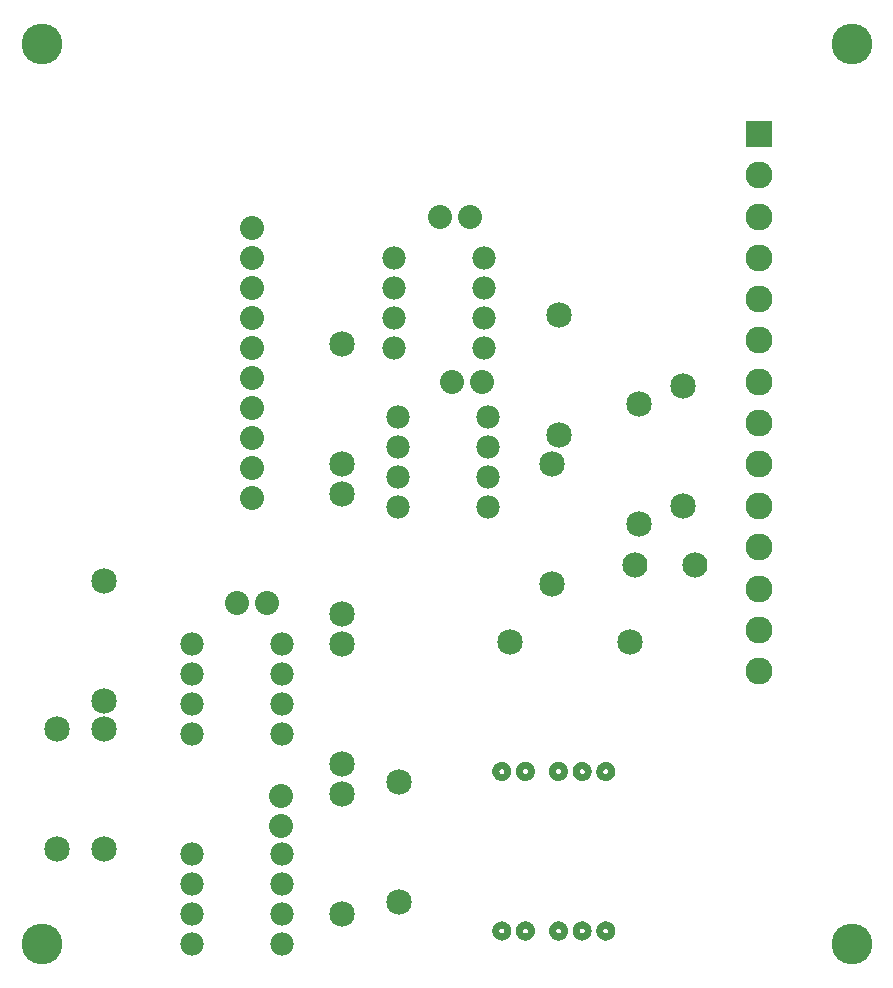
<source format=gts>
G04 MADE WITH FRITZING*
G04 WWW.FRITZING.ORG*
G04 DOUBLE SIDED*
G04 HOLES PLATED*
G04 CONTOUR ON CENTER OF CONTOUR VECTOR*
%ASAXBY*%
%FSLAX23Y23*%
%MOIN*%
%OFA0B0*%
%SFA1.0B1.0*%
%ADD10C,0.085000*%
%ADD11C,0.080000*%
%ADD12C,0.090000*%
%ADD13C,0.135984*%
%ADD14C,0.078000*%
%ADD15C,0.084000*%
%ADD16R,0.090000X0.090000*%
%ADD17R,0.001000X0.001000*%
%LNMASK1*%
G90*
G70*
G54D10*
X196Y923D03*
X196Y523D03*
X2282Y2065D03*
X2282Y1665D03*
X1337Y746D03*
X1337Y346D03*
X1705Y1212D03*
X2105Y1212D03*
G54D11*
X1473Y2629D03*
X1573Y2629D03*
X1513Y2078D03*
X1613Y2078D03*
X944Y600D03*
X944Y700D03*
X795Y1341D03*
X895Y1341D03*
X845Y2593D03*
X845Y2493D03*
X845Y2393D03*
X845Y2293D03*
X845Y2193D03*
X845Y2093D03*
X845Y1993D03*
X845Y1893D03*
X845Y1793D03*
X845Y1693D03*
G54D10*
X2137Y1605D03*
X2137Y2005D03*
X1145Y2205D03*
X1145Y1805D03*
X353Y1415D03*
X353Y1015D03*
X353Y923D03*
X353Y523D03*
X1145Y1705D03*
X1145Y1305D03*
X1869Y2301D03*
X1869Y1901D03*
X1145Y1205D03*
X1145Y805D03*
X1145Y705D03*
X1145Y305D03*
X1845Y1805D03*
X1845Y1405D03*
G54D12*
X2536Y2906D03*
X2536Y2768D03*
X2536Y2630D03*
X2536Y2493D03*
X2536Y2355D03*
X2536Y2217D03*
X2536Y2079D03*
X2536Y1941D03*
X2536Y1804D03*
X2536Y1666D03*
X2536Y1528D03*
X2536Y1390D03*
X2536Y1252D03*
X2536Y1115D03*
G54D13*
X2845Y205D03*
X2845Y3205D03*
X145Y3205D03*
X145Y205D03*
G54D14*
X645Y1205D03*
X645Y1105D03*
X645Y1005D03*
X645Y905D03*
X945Y905D03*
X945Y1005D03*
X945Y1105D03*
X945Y1205D03*
X645Y1205D03*
X645Y1105D03*
X645Y1005D03*
X645Y905D03*
X945Y905D03*
X945Y1005D03*
X945Y1105D03*
X945Y1205D03*
X645Y505D03*
X645Y405D03*
X645Y305D03*
X645Y205D03*
X945Y205D03*
X945Y305D03*
X945Y405D03*
X945Y505D03*
X645Y505D03*
X645Y405D03*
X645Y305D03*
X645Y205D03*
X945Y205D03*
X945Y305D03*
X945Y405D03*
X945Y505D03*
X1318Y2493D03*
X1318Y2393D03*
X1318Y2293D03*
X1318Y2193D03*
X1618Y2193D03*
X1618Y2293D03*
X1618Y2393D03*
X1618Y2493D03*
X1318Y2493D03*
X1318Y2393D03*
X1318Y2293D03*
X1318Y2193D03*
X1618Y2193D03*
X1618Y2293D03*
X1618Y2393D03*
X1618Y2493D03*
X1333Y1962D03*
X1333Y1862D03*
X1333Y1762D03*
X1333Y1662D03*
X1633Y1662D03*
X1633Y1762D03*
X1633Y1862D03*
X1633Y1962D03*
X1333Y1962D03*
X1333Y1862D03*
X1333Y1762D03*
X1333Y1662D03*
X1633Y1662D03*
X1633Y1762D03*
X1633Y1862D03*
X1633Y1962D03*
G54D15*
X2122Y1468D03*
X2322Y1468D03*
G54D16*
X2536Y2906D03*
G54D17*
X1679Y812D02*
X1679Y812D01*
X1757Y812D02*
X1758Y812D01*
X1868Y812D02*
X1868Y812D01*
X1946Y812D02*
X1947Y812D01*
X2025Y812D02*
X2025Y812D01*
X1672Y811D02*
X1686Y811D01*
X1750Y811D02*
X1765Y811D01*
X1861Y811D02*
X1875Y811D01*
X1939Y811D02*
X1953Y811D01*
X2018Y811D02*
X2032Y811D01*
X1669Y810D02*
X1689Y810D01*
X1747Y810D02*
X1768Y810D01*
X1857Y810D02*
X1878Y810D01*
X1936Y810D02*
X1957Y810D01*
X2015Y810D02*
X2035Y810D01*
X1666Y809D02*
X1691Y809D01*
X1745Y809D02*
X1770Y809D01*
X1855Y809D02*
X1880Y809D01*
X1934Y809D02*
X1959Y809D01*
X2012Y809D02*
X2038Y809D01*
X1664Y808D02*
X1694Y808D01*
X1743Y808D02*
X1772Y808D01*
X1853Y808D02*
X1882Y808D01*
X1932Y808D02*
X1961Y808D01*
X2010Y808D02*
X2040Y808D01*
X1662Y807D02*
X1695Y807D01*
X1741Y807D02*
X1774Y807D01*
X1851Y807D02*
X1884Y807D01*
X1930Y807D02*
X1963Y807D01*
X2009Y807D02*
X2042Y807D01*
X1661Y806D02*
X1697Y806D01*
X1739Y806D02*
X1776Y806D01*
X1850Y806D02*
X1886Y806D01*
X1928Y806D02*
X1964Y806D01*
X2007Y806D02*
X2043Y806D01*
X1659Y805D02*
X1698Y805D01*
X1738Y805D02*
X1777Y805D01*
X1848Y805D02*
X1887Y805D01*
X1927Y805D02*
X1966Y805D01*
X2006Y805D02*
X2045Y805D01*
X1658Y804D02*
X1699Y804D01*
X1737Y804D02*
X1778Y804D01*
X1847Y804D02*
X1888Y804D01*
X1926Y804D02*
X1967Y804D01*
X2005Y804D02*
X2046Y804D01*
X1657Y803D02*
X1700Y803D01*
X1736Y803D02*
X1779Y803D01*
X1846Y803D02*
X1889Y803D01*
X1925Y803D02*
X1968Y803D01*
X2003Y803D02*
X2047Y803D01*
X1656Y802D02*
X1701Y802D01*
X1735Y802D02*
X1782Y802D01*
X1845Y802D02*
X1890Y802D01*
X1924Y802D02*
X1969Y802D01*
X2002Y802D02*
X2048Y802D01*
X1655Y801D02*
X1702Y801D01*
X1734Y801D02*
X1781Y801D01*
X1844Y801D02*
X1891Y801D01*
X1923Y801D02*
X1970Y801D01*
X2002Y801D02*
X2049Y801D01*
X1654Y800D02*
X1703Y800D01*
X1733Y800D02*
X1782Y800D01*
X1843Y800D02*
X1892Y800D01*
X1922Y800D02*
X1971Y800D01*
X2001Y800D02*
X2050Y800D01*
X1654Y799D02*
X1704Y799D01*
X1732Y799D02*
X1783Y799D01*
X1843Y799D02*
X1893Y799D01*
X1921Y799D02*
X1972Y799D01*
X2000Y799D02*
X2050Y799D01*
X1653Y798D02*
X1705Y798D01*
X1732Y798D02*
X1783Y798D01*
X1842Y798D02*
X1894Y798D01*
X1921Y798D02*
X1972Y798D01*
X1999Y798D02*
X2051Y798D01*
X1652Y797D02*
X1705Y797D01*
X1731Y797D02*
X1784Y797D01*
X1841Y797D02*
X1894Y797D01*
X1920Y797D02*
X1973Y797D01*
X1999Y797D02*
X2052Y797D01*
X1652Y796D02*
X1706Y796D01*
X1730Y796D02*
X1785Y796D01*
X1841Y796D02*
X1895Y796D01*
X1919Y796D02*
X1973Y796D01*
X1998Y796D02*
X2052Y796D01*
X1651Y795D02*
X1706Y795D01*
X1730Y795D02*
X1785Y795D01*
X1840Y795D02*
X1895Y795D01*
X1919Y795D02*
X1974Y795D01*
X1998Y795D02*
X2053Y795D01*
X1651Y794D02*
X1707Y794D01*
X1729Y794D02*
X1786Y794D01*
X1840Y794D02*
X1896Y794D01*
X1918Y794D02*
X1974Y794D01*
X1997Y794D02*
X2053Y794D01*
X1650Y793D02*
X1707Y793D01*
X1729Y793D02*
X1786Y793D01*
X1839Y793D02*
X1896Y793D01*
X1918Y793D02*
X1975Y793D01*
X1997Y793D02*
X2054Y793D01*
X1650Y792D02*
X1708Y792D01*
X1729Y792D02*
X1786Y792D01*
X1839Y792D02*
X1897Y792D01*
X1917Y792D02*
X1975Y792D01*
X1996Y792D02*
X2054Y792D01*
X1649Y791D02*
X1708Y791D01*
X1728Y791D02*
X1787Y791D01*
X1838Y791D02*
X1897Y791D01*
X1917Y791D02*
X1976Y791D01*
X1996Y791D02*
X2054Y791D01*
X1649Y790D02*
X1708Y790D01*
X1728Y790D02*
X1787Y790D01*
X1838Y790D02*
X1897Y790D01*
X1917Y790D02*
X1976Y790D01*
X1995Y790D02*
X2055Y790D01*
X1649Y789D02*
X1709Y789D01*
X1727Y789D02*
X1788Y789D01*
X1838Y789D02*
X1898Y789D01*
X1916Y789D02*
X1976Y789D01*
X1995Y789D02*
X2055Y789D01*
X1648Y788D02*
X1677Y788D01*
X1681Y788D02*
X1709Y788D01*
X1727Y788D02*
X1757Y788D01*
X1760Y788D02*
X1788Y788D01*
X1837Y788D02*
X1868Y788D01*
X1870Y788D02*
X1898Y788D01*
X1916Y788D02*
X1946Y788D01*
X1949Y788D02*
X1977Y788D01*
X1995Y788D02*
X2023Y788D01*
X2027Y788D02*
X2055Y788D01*
X1648Y787D02*
X1674Y787D01*
X1684Y787D02*
X1709Y787D01*
X1727Y787D02*
X1753Y787D01*
X1762Y787D02*
X1788Y787D01*
X1837Y787D02*
X1863Y787D01*
X1872Y787D02*
X1898Y787D01*
X1916Y787D02*
X1942Y787D01*
X1951Y787D02*
X1977Y787D01*
X1995Y787D02*
X2021Y787D01*
X2030Y787D02*
X2056Y787D01*
X1648Y786D02*
X1673Y786D01*
X1685Y786D02*
X1710Y786D01*
X1727Y786D02*
X1752Y786D01*
X1763Y786D02*
X1788Y786D01*
X1837Y786D02*
X1862Y786D01*
X1874Y786D02*
X1898Y786D01*
X1916Y786D02*
X1941Y786D01*
X1952Y786D02*
X1977Y786D01*
X1994Y786D02*
X2019Y786D01*
X2031Y786D02*
X2056Y786D01*
X1648Y785D02*
X1672Y785D01*
X1686Y785D02*
X1710Y785D01*
X1727Y785D02*
X1751Y785D01*
X1764Y785D02*
X1788Y785D01*
X1837Y785D02*
X1861Y785D01*
X1875Y785D02*
X1899Y785D01*
X1915Y785D02*
X1940Y785D01*
X1953Y785D02*
X1977Y785D01*
X1994Y785D02*
X2018Y785D01*
X2032Y785D02*
X2056Y785D01*
X1648Y784D02*
X1671Y784D01*
X1686Y784D02*
X1710Y784D01*
X1726Y784D02*
X1750Y784D01*
X1765Y784D02*
X1789Y784D01*
X1837Y784D02*
X1860Y784D01*
X1875Y784D02*
X1899Y784D01*
X1915Y784D02*
X1939Y784D01*
X1954Y784D02*
X1978Y784D01*
X1994Y784D02*
X2018Y784D01*
X2033Y784D02*
X2056Y784D01*
X1648Y783D02*
X1671Y783D01*
X1687Y783D02*
X1710Y783D01*
X1726Y783D02*
X1750Y783D01*
X1766Y783D02*
X1789Y783D01*
X1836Y783D02*
X1860Y783D01*
X1876Y783D02*
X1899Y783D01*
X1915Y783D02*
X1938Y783D01*
X1955Y783D02*
X1978Y783D01*
X1994Y783D02*
X2017Y783D01*
X2033Y783D02*
X2056Y783D01*
X1647Y782D02*
X1671Y782D01*
X1687Y782D02*
X1710Y782D01*
X1726Y782D02*
X1749Y782D01*
X1766Y782D02*
X1789Y782D01*
X1836Y782D02*
X1859Y782D01*
X1876Y782D02*
X1899Y782D01*
X1915Y782D02*
X1938Y782D01*
X1955Y782D02*
X1978Y782D01*
X1994Y782D02*
X2017Y782D01*
X2034Y782D02*
X2056Y782D01*
X1647Y781D02*
X1670Y781D01*
X1687Y781D02*
X1710Y781D01*
X1726Y781D02*
X1749Y781D01*
X1766Y781D02*
X1789Y781D01*
X1836Y781D02*
X1859Y781D01*
X1876Y781D02*
X1899Y781D01*
X1915Y781D02*
X1938Y781D01*
X1955Y781D02*
X1978Y781D01*
X1994Y781D02*
X2017Y781D01*
X2034Y781D02*
X2056Y781D01*
X1647Y780D02*
X1670Y780D01*
X1687Y780D02*
X1710Y780D01*
X1726Y780D02*
X1749Y780D01*
X1766Y780D02*
X1789Y780D01*
X1836Y780D02*
X1859Y780D01*
X1876Y780D02*
X1899Y780D01*
X1915Y780D02*
X1938Y780D01*
X1955Y780D02*
X1978Y780D01*
X1994Y780D02*
X2017Y780D01*
X2034Y780D02*
X2057Y780D01*
X1647Y779D02*
X1670Y779D01*
X1687Y779D02*
X1710Y779D01*
X1726Y779D02*
X1749Y779D01*
X1766Y779D02*
X1789Y779D01*
X1836Y779D02*
X1859Y779D01*
X1876Y779D02*
X1899Y779D01*
X1915Y779D02*
X1938Y779D01*
X1955Y779D02*
X1978Y779D01*
X1994Y779D02*
X2017Y779D01*
X2034Y779D02*
X2056Y779D01*
X1647Y778D02*
X1671Y778D01*
X1687Y778D02*
X1710Y778D01*
X1726Y778D02*
X1749Y778D01*
X1766Y778D02*
X1789Y778D01*
X1836Y778D02*
X1859Y778D01*
X1876Y778D02*
X1899Y778D01*
X1915Y778D02*
X1938Y778D01*
X1955Y778D02*
X1978Y778D01*
X1994Y778D02*
X2017Y778D01*
X2034Y778D02*
X2056Y778D01*
X1648Y777D02*
X1671Y777D01*
X1687Y777D02*
X1710Y777D01*
X1726Y777D02*
X1750Y777D01*
X1766Y777D02*
X1789Y777D01*
X1836Y777D02*
X1860Y777D01*
X1876Y777D02*
X1899Y777D01*
X1915Y777D02*
X1938Y777D01*
X1955Y777D02*
X1978Y777D01*
X1994Y777D02*
X2017Y777D01*
X2033Y777D02*
X2056Y777D01*
X1648Y776D02*
X1671Y776D01*
X1686Y776D02*
X1710Y776D01*
X1726Y776D02*
X1750Y776D01*
X1765Y776D02*
X1789Y776D01*
X1837Y776D02*
X1860Y776D01*
X1875Y776D02*
X1899Y776D01*
X1915Y776D02*
X1939Y776D01*
X1954Y776D02*
X1977Y776D01*
X1994Y776D02*
X2018Y776D01*
X2033Y776D02*
X2056Y776D01*
X1648Y775D02*
X1672Y775D01*
X1686Y775D02*
X1710Y775D01*
X1727Y775D02*
X1751Y775D01*
X1764Y775D02*
X1788Y775D01*
X1837Y775D02*
X1861Y775D01*
X1875Y775D02*
X1899Y775D01*
X1915Y775D02*
X1940Y775D01*
X1953Y775D02*
X1977Y775D01*
X1994Y775D02*
X2018Y775D01*
X2032Y775D02*
X2056Y775D01*
X1648Y774D02*
X1673Y774D01*
X1685Y774D02*
X1710Y774D01*
X1727Y774D02*
X1752Y774D01*
X1763Y774D02*
X1788Y774D01*
X1837Y774D02*
X1862Y774D01*
X1874Y774D02*
X1898Y774D01*
X1916Y774D02*
X1941Y774D01*
X1952Y774D02*
X1977Y774D01*
X1994Y774D02*
X2019Y774D01*
X2031Y774D02*
X2056Y774D01*
X1648Y773D02*
X1674Y773D01*
X1683Y773D02*
X1709Y773D01*
X1727Y773D02*
X1753Y773D01*
X1762Y773D02*
X1788Y773D01*
X1837Y773D02*
X1863Y773D01*
X1872Y773D02*
X1898Y773D01*
X1916Y773D02*
X1942Y773D01*
X1951Y773D02*
X1977Y773D01*
X1995Y773D02*
X2021Y773D01*
X2030Y773D02*
X2056Y773D01*
X1649Y772D02*
X1678Y772D01*
X1680Y772D02*
X1709Y772D01*
X1727Y772D02*
X1756Y772D01*
X1759Y772D02*
X1788Y772D01*
X1837Y772D02*
X1867Y772D01*
X1869Y772D02*
X1898Y772D01*
X1916Y772D02*
X1945Y772D01*
X1948Y772D02*
X1977Y772D01*
X1995Y772D02*
X2024Y772D01*
X2026Y772D02*
X2055Y772D01*
X1649Y771D02*
X1709Y771D01*
X1728Y771D02*
X1787Y771D01*
X1838Y771D02*
X1898Y771D01*
X1916Y771D02*
X1976Y771D01*
X1995Y771D02*
X2055Y771D01*
X1649Y770D02*
X1708Y770D01*
X1728Y770D02*
X1787Y770D01*
X1838Y770D02*
X1897Y770D01*
X1917Y770D02*
X1976Y770D01*
X1995Y770D02*
X2055Y770D01*
X1650Y769D02*
X1708Y769D01*
X1728Y769D02*
X1787Y769D01*
X1838Y769D02*
X1897Y769D01*
X1917Y769D02*
X1976Y769D01*
X1996Y769D02*
X2054Y769D01*
X1650Y768D02*
X1708Y768D01*
X1729Y768D02*
X1786Y768D01*
X1839Y768D02*
X1897Y768D01*
X1918Y768D02*
X1975Y768D01*
X1996Y768D02*
X2054Y768D01*
X1650Y767D02*
X1707Y767D01*
X1729Y767D02*
X1786Y767D01*
X1839Y767D02*
X1896Y767D01*
X1918Y767D02*
X1975Y767D01*
X1997Y767D02*
X2054Y767D01*
X1651Y766D02*
X1707Y766D01*
X1730Y766D02*
X1785Y766D01*
X1840Y766D02*
X1896Y766D01*
X1918Y766D02*
X1974Y766D01*
X1997Y766D02*
X2053Y766D01*
X1651Y765D02*
X1706Y765D01*
X1730Y765D02*
X1785Y765D01*
X1840Y765D02*
X1895Y765D01*
X1919Y765D02*
X1974Y765D01*
X1998Y765D02*
X2053Y765D01*
X1652Y764D02*
X1706Y764D01*
X1731Y764D02*
X1784Y764D01*
X1841Y764D02*
X1895Y764D01*
X1919Y764D02*
X1973Y764D01*
X1998Y764D02*
X2052Y764D01*
X1652Y763D02*
X1705Y763D01*
X1731Y763D02*
X1784Y763D01*
X1841Y763D02*
X1894Y763D01*
X1920Y763D02*
X1973Y763D01*
X1999Y763D02*
X2051Y763D01*
X1653Y762D02*
X1704Y762D01*
X1732Y762D02*
X1783Y762D01*
X1842Y762D02*
X1893Y762D01*
X1921Y762D02*
X1972Y762D01*
X1999Y762D02*
X2051Y762D01*
X1654Y761D02*
X1704Y761D01*
X1733Y761D02*
X1782Y761D01*
X1843Y761D02*
X1893Y761D01*
X1921Y761D02*
X1971Y761D01*
X2000Y761D02*
X2050Y761D01*
X1655Y760D02*
X1703Y760D01*
X1733Y760D02*
X1782Y760D01*
X1843Y760D02*
X1892Y760D01*
X1922Y760D02*
X1971Y760D01*
X2001Y760D02*
X2049Y760D01*
X1655Y759D02*
X1702Y759D01*
X1734Y759D02*
X1781Y759D01*
X1844Y759D02*
X1891Y759D01*
X1923Y759D02*
X1970Y759D01*
X2002Y759D02*
X2048Y759D01*
X1656Y758D02*
X1701Y758D01*
X1735Y758D02*
X1780Y758D01*
X1845Y758D02*
X1890Y758D01*
X1924Y758D02*
X1969Y758D01*
X2003Y758D02*
X2048Y758D01*
X1657Y757D02*
X1700Y757D01*
X1736Y757D02*
X1779Y757D01*
X1846Y757D02*
X1889Y757D01*
X1925Y757D02*
X1968Y757D01*
X2004Y757D02*
X2047Y757D01*
X1658Y756D02*
X1699Y756D01*
X1737Y756D02*
X1778Y756D01*
X1847Y756D02*
X1888Y756D01*
X1926Y756D02*
X1967Y756D01*
X2005Y756D02*
X2045Y756D01*
X1660Y755D02*
X1698Y755D01*
X1738Y755D02*
X1777Y755D01*
X1849Y755D02*
X1887Y755D01*
X1927Y755D02*
X1965Y755D01*
X2006Y755D02*
X2044Y755D01*
X1661Y754D02*
X1696Y754D01*
X1740Y754D02*
X1775Y754D01*
X1850Y754D02*
X1885Y754D01*
X1929Y754D02*
X1964Y754D01*
X2007Y754D02*
X2043Y754D01*
X1663Y753D02*
X1695Y753D01*
X1741Y753D02*
X1774Y753D01*
X1852Y753D02*
X1884Y753D01*
X1930Y753D02*
X1962Y753D01*
X2009Y753D02*
X2041Y753D01*
X1664Y752D02*
X1693Y752D01*
X1743Y752D02*
X1772Y752D01*
X1853Y752D02*
X1882Y752D01*
X1932Y752D02*
X1961Y752D01*
X2011Y752D02*
X2039Y752D01*
X1667Y751D02*
X1691Y751D01*
X1745Y751D02*
X1770Y751D01*
X1855Y751D02*
X1880Y751D01*
X1934Y751D02*
X1959Y751D01*
X2013Y751D02*
X2037Y751D01*
X1669Y750D02*
X1688Y750D01*
X1748Y750D02*
X1767Y750D01*
X1858Y750D02*
X1877Y750D01*
X1937Y750D02*
X1956Y750D01*
X2015Y750D02*
X2035Y750D01*
X1673Y749D02*
X1685Y749D01*
X1751Y749D02*
X1764Y749D01*
X1861Y749D02*
X1874Y749D01*
X1940Y749D02*
X1953Y749D01*
X2019Y749D02*
X2031Y749D01*
X1675Y280D02*
X1683Y280D01*
X1753Y280D02*
X1762Y280D01*
X1863Y280D02*
X1872Y280D01*
X1942Y280D02*
X1951Y280D01*
X2021Y280D02*
X2029Y280D01*
X1670Y279D02*
X1687Y279D01*
X1749Y279D02*
X1766Y279D01*
X1859Y279D02*
X1876Y279D01*
X1938Y279D02*
X1955Y279D01*
X2017Y279D02*
X2034Y279D01*
X1667Y278D02*
X1690Y278D01*
X1746Y278D02*
X1769Y278D01*
X1856Y278D02*
X1879Y278D01*
X1935Y278D02*
X1958Y278D01*
X2014Y278D02*
X2036Y278D01*
X1665Y277D02*
X1692Y277D01*
X1744Y277D02*
X1771Y277D01*
X1854Y277D02*
X1881Y277D01*
X1933Y277D02*
X1960Y277D01*
X2012Y277D02*
X2039Y277D01*
X1663Y276D02*
X1694Y276D01*
X1742Y276D02*
X1773Y276D01*
X1852Y276D02*
X1883Y276D01*
X1931Y276D02*
X1962Y276D01*
X2010Y276D02*
X2041Y276D01*
X1662Y275D02*
X1696Y275D01*
X1740Y275D02*
X1775Y275D01*
X1851Y275D02*
X1885Y275D01*
X1929Y275D02*
X1964Y275D01*
X2008Y275D02*
X2042Y275D01*
X1660Y274D02*
X1697Y274D01*
X1739Y274D02*
X1776Y274D01*
X1849Y274D02*
X1886Y274D01*
X1928Y274D02*
X1965Y274D01*
X2007Y274D02*
X2044Y274D01*
X1659Y273D02*
X1699Y273D01*
X1738Y273D02*
X1777Y273D01*
X1848Y273D02*
X1888Y273D01*
X1926Y273D02*
X1966Y273D01*
X2005Y273D02*
X2045Y273D01*
X1658Y272D02*
X1700Y272D01*
X1736Y272D02*
X1779Y272D01*
X1847Y272D02*
X1889Y272D01*
X1925Y272D02*
X1967Y272D01*
X2004Y272D02*
X2046Y272D01*
X1657Y271D02*
X1701Y271D01*
X1735Y271D02*
X1780Y271D01*
X1846Y271D02*
X1890Y271D01*
X1924Y271D02*
X1969Y271D01*
X2003Y271D02*
X2047Y271D01*
X1656Y270D02*
X1702Y270D01*
X1734Y270D02*
X1782Y270D01*
X1845Y270D02*
X1891Y270D01*
X1923Y270D02*
X1969Y270D01*
X2002Y270D02*
X2048Y270D01*
X1655Y269D02*
X1703Y269D01*
X1734Y269D02*
X1781Y269D01*
X1844Y269D02*
X1892Y269D01*
X1922Y269D02*
X1970Y269D01*
X2001Y269D02*
X2049Y269D01*
X1654Y268D02*
X1703Y268D01*
X1733Y268D02*
X1782Y268D01*
X1843Y268D02*
X1892Y268D01*
X1922Y268D02*
X1971Y268D01*
X2000Y268D02*
X2050Y268D01*
X1653Y267D02*
X1704Y267D01*
X1732Y267D02*
X1783Y267D01*
X1842Y267D02*
X1893Y267D01*
X1921Y267D02*
X1972Y267D01*
X2000Y267D02*
X2051Y267D01*
X1653Y266D02*
X1705Y266D01*
X1731Y266D02*
X1784Y266D01*
X1842Y266D02*
X1894Y266D01*
X1920Y266D02*
X1972Y266D01*
X1999Y266D02*
X2051Y266D01*
X1652Y265D02*
X1705Y265D01*
X1731Y265D02*
X1784Y265D01*
X1841Y265D02*
X1894Y265D01*
X1920Y265D02*
X1973Y265D01*
X1998Y265D02*
X2052Y265D01*
X1651Y264D02*
X1706Y264D01*
X1730Y264D02*
X1785Y264D01*
X1840Y264D02*
X1895Y264D01*
X1919Y264D02*
X1974Y264D01*
X1998Y264D02*
X2052Y264D01*
X1651Y263D02*
X1707Y263D01*
X1730Y263D02*
X1785Y263D01*
X1840Y263D02*
X1895Y263D01*
X1919Y263D02*
X1974Y263D01*
X1997Y263D02*
X2053Y263D01*
X1650Y262D02*
X1707Y262D01*
X1729Y262D02*
X1786Y262D01*
X1839Y262D02*
X1896Y262D01*
X1918Y262D02*
X1975Y262D01*
X1997Y262D02*
X2053Y262D01*
X1650Y261D02*
X1707Y261D01*
X1729Y261D02*
X1786Y261D01*
X1839Y261D02*
X1896Y261D01*
X1918Y261D02*
X1975Y261D01*
X1996Y261D02*
X2054Y261D01*
X1650Y260D02*
X1708Y260D01*
X1728Y260D02*
X1787Y260D01*
X1839Y260D02*
X1897Y260D01*
X1917Y260D02*
X1976Y260D01*
X1996Y260D02*
X2054Y260D01*
X1649Y259D02*
X1708Y259D01*
X1728Y259D02*
X1787Y259D01*
X1838Y259D02*
X1897Y259D01*
X1917Y259D02*
X1976Y259D01*
X1996Y259D02*
X2055Y259D01*
X1649Y258D02*
X1709Y258D01*
X1728Y258D02*
X1787Y258D01*
X1838Y258D02*
X1898Y258D01*
X1917Y258D02*
X1976Y258D01*
X1995Y258D02*
X2055Y258D01*
X1649Y257D02*
X1709Y257D01*
X1727Y257D02*
X1788Y257D01*
X1838Y257D02*
X1898Y257D01*
X1916Y257D02*
X1977Y257D01*
X1995Y257D02*
X2055Y257D01*
X1648Y256D02*
X1675Y256D01*
X1682Y256D02*
X1709Y256D01*
X1727Y256D02*
X1754Y256D01*
X1761Y256D02*
X1788Y256D01*
X1837Y256D02*
X1864Y256D01*
X1871Y256D02*
X1898Y256D01*
X1916Y256D02*
X1943Y256D01*
X1950Y256D02*
X1977Y256D01*
X1995Y256D02*
X2022Y256D01*
X2029Y256D02*
X2056Y256D01*
X1648Y255D02*
X1674Y255D01*
X1684Y255D02*
X1709Y255D01*
X1727Y255D02*
X1752Y255D01*
X1763Y255D02*
X1788Y255D01*
X1837Y255D02*
X1863Y255D01*
X1873Y255D02*
X1898Y255D01*
X1916Y255D02*
X1941Y255D01*
X1952Y255D02*
X1977Y255D01*
X1994Y255D02*
X2020Y255D01*
X2030Y255D02*
X2056Y255D01*
X1648Y254D02*
X1673Y254D01*
X1685Y254D02*
X1710Y254D01*
X1727Y254D02*
X1751Y254D01*
X1764Y254D02*
X1788Y254D01*
X1837Y254D02*
X1861Y254D01*
X1874Y254D02*
X1899Y254D01*
X1916Y254D02*
X1940Y254D01*
X1953Y254D02*
X1977Y254D01*
X1994Y254D02*
X2019Y254D01*
X2031Y254D02*
X2056Y254D01*
X1648Y253D02*
X1672Y253D01*
X1686Y253D02*
X1710Y253D01*
X1726Y253D02*
X1750Y253D01*
X1765Y253D02*
X1788Y253D01*
X1837Y253D02*
X1861Y253D01*
X1875Y253D02*
X1899Y253D01*
X1915Y253D02*
X1939Y253D01*
X1954Y253D02*
X1977Y253D01*
X1994Y253D02*
X2018Y253D01*
X2032Y253D02*
X2056Y253D01*
X1648Y252D02*
X1671Y252D01*
X1687Y252D02*
X1710Y252D01*
X1726Y252D02*
X1750Y252D01*
X1765Y252D02*
X1789Y252D01*
X1836Y252D02*
X1860Y252D01*
X1876Y252D02*
X1899Y252D01*
X1915Y252D02*
X1939Y252D01*
X1954Y252D02*
X1978Y252D01*
X1994Y252D02*
X2017Y252D01*
X2033Y252D02*
X2056Y252D01*
X1647Y251D02*
X1671Y251D01*
X1687Y251D02*
X1710Y251D01*
X1726Y251D02*
X1749Y251D01*
X1766Y251D02*
X1789Y251D01*
X1836Y251D02*
X1860Y251D01*
X1876Y251D02*
X1899Y251D01*
X1915Y251D02*
X1938Y251D01*
X1955Y251D02*
X1978Y251D01*
X1994Y251D02*
X2017Y251D01*
X2033Y251D02*
X2056Y251D01*
X1647Y250D02*
X1670Y250D01*
X1687Y250D02*
X1710Y250D01*
X1726Y250D02*
X1749Y250D01*
X1766Y250D02*
X1789Y250D01*
X1836Y250D02*
X1859Y250D01*
X1876Y250D02*
X1899Y250D01*
X1915Y250D02*
X1938Y250D01*
X1955Y250D02*
X1978Y250D01*
X1994Y250D02*
X2017Y250D01*
X2034Y250D02*
X2056Y250D01*
X1647Y249D02*
X1670Y249D01*
X1687Y249D02*
X1710Y249D01*
X1726Y249D02*
X1749Y249D01*
X1766Y249D02*
X1789Y249D01*
X1836Y249D02*
X1859Y249D01*
X1876Y249D02*
X1899Y249D01*
X1915Y249D02*
X1938Y249D01*
X1955Y249D02*
X1978Y249D01*
X1994Y249D02*
X2017Y249D01*
X2034Y249D02*
X2057Y249D01*
X1647Y248D02*
X1670Y248D01*
X1687Y248D02*
X1710Y248D01*
X1726Y248D02*
X1749Y248D01*
X1766Y248D02*
X1789Y248D01*
X1836Y248D02*
X1859Y248D01*
X1876Y248D02*
X1899Y248D01*
X1915Y248D02*
X1938Y248D01*
X1955Y248D02*
X1978Y248D01*
X1994Y248D02*
X2017Y248D01*
X2034Y248D02*
X2057Y248D01*
X1647Y247D02*
X1670Y247D01*
X1687Y247D02*
X1710Y247D01*
X1726Y247D02*
X1749Y247D01*
X1766Y247D02*
X1789Y247D01*
X1836Y247D02*
X1859Y247D01*
X1876Y247D02*
X1899Y247D01*
X1915Y247D02*
X1938Y247D01*
X1955Y247D02*
X1978Y247D01*
X1994Y247D02*
X2017Y247D01*
X2034Y247D02*
X2056Y247D01*
X1647Y246D02*
X1671Y246D01*
X1687Y246D02*
X1710Y246D01*
X1726Y246D02*
X1749Y246D01*
X1766Y246D02*
X1789Y246D01*
X1836Y246D02*
X1860Y246D01*
X1876Y246D02*
X1899Y246D01*
X1915Y246D02*
X1938Y246D01*
X1955Y246D02*
X1978Y246D01*
X1994Y246D02*
X2017Y246D01*
X2033Y246D02*
X2056Y246D01*
X1648Y245D02*
X1671Y245D01*
X1687Y245D02*
X1710Y245D01*
X1726Y245D02*
X1750Y245D01*
X1765Y245D02*
X1789Y245D01*
X1836Y245D02*
X1860Y245D01*
X1876Y245D02*
X1899Y245D01*
X1915Y245D02*
X1939Y245D01*
X1954Y245D02*
X1978Y245D01*
X1994Y245D02*
X2017Y245D01*
X2033Y245D02*
X2056Y245D01*
X1648Y244D02*
X1672Y244D01*
X1686Y244D02*
X1710Y244D01*
X1726Y244D02*
X1750Y244D01*
X1765Y244D02*
X1788Y244D01*
X1837Y244D02*
X1861Y244D01*
X1875Y244D02*
X1899Y244D01*
X1915Y244D02*
X1939Y244D01*
X1954Y244D02*
X1977Y244D01*
X1994Y244D02*
X2018Y244D01*
X2032Y244D02*
X2056Y244D01*
X1648Y243D02*
X1672Y243D01*
X1685Y243D02*
X1710Y243D01*
X1727Y243D02*
X1751Y243D01*
X1764Y243D02*
X1788Y243D01*
X1837Y243D02*
X1861Y243D01*
X1874Y243D02*
X1899Y243D01*
X1916Y243D02*
X1940Y243D01*
X1953Y243D02*
X1977Y243D01*
X1994Y243D02*
X2019Y243D01*
X2032Y243D02*
X2056Y243D01*
X1648Y242D02*
X1674Y242D01*
X1684Y242D02*
X1709Y242D01*
X1727Y242D02*
X1752Y242D01*
X1763Y242D02*
X1788Y242D01*
X1837Y242D02*
X1862Y242D01*
X1873Y242D02*
X1898Y242D01*
X1916Y242D02*
X1941Y242D01*
X1952Y242D02*
X1977Y242D01*
X1994Y242D02*
X2020Y242D01*
X2031Y242D02*
X2056Y242D01*
X1648Y241D02*
X1675Y241D01*
X1683Y241D02*
X1709Y241D01*
X1727Y241D02*
X1754Y241D01*
X1761Y241D02*
X1788Y241D01*
X1837Y241D02*
X1864Y241D01*
X1872Y241D02*
X1898Y241D01*
X1916Y241D02*
X1943Y241D01*
X1950Y241D02*
X1977Y241D01*
X1995Y241D02*
X2021Y241D01*
X2029Y241D02*
X2055Y241D01*
X1649Y240D02*
X1709Y240D01*
X1727Y240D02*
X1788Y240D01*
X1838Y240D02*
X1898Y240D01*
X1916Y240D02*
X1977Y240D01*
X1995Y240D02*
X2055Y240D01*
X1649Y239D02*
X1709Y239D01*
X1728Y239D02*
X1787Y239D01*
X1838Y239D02*
X1898Y239D01*
X1917Y239D02*
X1976Y239D01*
X1995Y239D02*
X2055Y239D01*
X1649Y238D02*
X1708Y238D01*
X1728Y238D02*
X1787Y238D01*
X1838Y238D02*
X1897Y238D01*
X1917Y238D02*
X1976Y238D01*
X1996Y238D02*
X2055Y238D01*
X1650Y237D02*
X1708Y237D01*
X1728Y237D02*
X1787Y237D01*
X1839Y237D02*
X1897Y237D01*
X1917Y237D02*
X1975Y237D01*
X1996Y237D02*
X2054Y237D01*
X1650Y236D02*
X1707Y236D01*
X1729Y236D02*
X1786Y236D01*
X1839Y236D02*
X1896Y236D01*
X1918Y236D02*
X1975Y236D01*
X1996Y236D02*
X2054Y236D01*
X1651Y235D02*
X1707Y235D01*
X1729Y235D02*
X1786Y235D01*
X1839Y235D02*
X1896Y235D01*
X1918Y235D02*
X1975Y235D01*
X1997Y235D02*
X2053Y235D01*
X1651Y234D02*
X1707Y234D01*
X1730Y234D02*
X1785Y234D01*
X1840Y234D02*
X1895Y234D01*
X1919Y234D02*
X1974Y234D01*
X1997Y234D02*
X2053Y234D01*
X1652Y233D02*
X1706Y233D01*
X1730Y233D02*
X1785Y233D01*
X1840Y233D02*
X1895Y233D01*
X1919Y233D02*
X1974Y233D01*
X1998Y233D02*
X2052Y233D01*
X1652Y232D02*
X1705Y232D01*
X1731Y232D02*
X1784Y232D01*
X1841Y232D02*
X1894Y232D01*
X1920Y232D02*
X1973Y232D01*
X1998Y232D02*
X2052Y232D01*
X1653Y231D02*
X1705Y231D01*
X1731Y231D02*
X1784Y231D01*
X1842Y231D02*
X1894Y231D01*
X1920Y231D02*
X1972Y231D01*
X1999Y231D02*
X2051Y231D01*
X1653Y230D02*
X1704Y230D01*
X1732Y230D02*
X1783Y230D01*
X1842Y230D02*
X1893Y230D01*
X1921Y230D02*
X1972Y230D01*
X2000Y230D02*
X2051Y230D01*
X1654Y229D02*
X1703Y229D01*
X1733Y229D02*
X1782Y229D01*
X1843Y229D02*
X1892Y229D01*
X1922Y229D02*
X1971Y229D01*
X2000Y229D02*
X2050Y229D01*
X1655Y228D02*
X1703Y228D01*
X1734Y228D02*
X1781Y228D01*
X1844Y228D02*
X1892Y228D01*
X1922Y228D02*
X1970Y228D01*
X2001Y228D02*
X2049Y228D01*
X1656Y227D02*
X1702Y227D01*
X1734Y227D02*
X1780Y227D01*
X1845Y227D02*
X1891Y227D01*
X1923Y227D02*
X1969Y227D01*
X2002Y227D02*
X2048Y227D01*
X1657Y226D02*
X1701Y226D01*
X1735Y226D02*
X1780Y226D01*
X1846Y226D02*
X1890Y226D01*
X1924Y226D02*
X1968Y226D01*
X2003Y226D02*
X2047Y226D01*
X1658Y225D02*
X1700Y225D01*
X1736Y225D02*
X1778Y225D01*
X1847Y225D02*
X1889Y225D01*
X1925Y225D02*
X1967Y225D01*
X2004Y225D02*
X2046Y225D01*
X1659Y224D02*
X1699Y224D01*
X1738Y224D02*
X1777Y224D01*
X1848Y224D02*
X1888Y224D01*
X1927Y224D02*
X1966Y224D01*
X2005Y224D02*
X2045Y224D01*
X1660Y223D02*
X1697Y223D01*
X1739Y223D02*
X1776Y223D01*
X1849Y223D02*
X1886Y223D01*
X1928Y223D02*
X1965Y223D01*
X2007Y223D02*
X2044Y223D01*
X1662Y222D02*
X1696Y222D01*
X1740Y222D02*
X1775Y222D01*
X1851Y222D02*
X1885Y222D01*
X1929Y222D02*
X1963Y222D01*
X2008Y222D02*
X2042Y222D01*
X1663Y221D02*
X1694Y221D01*
X1742Y221D02*
X1773Y221D01*
X1852Y221D02*
X1883Y221D01*
X1931Y221D02*
X1962Y221D01*
X2010Y221D02*
X2041Y221D01*
X1665Y220D02*
X1692Y220D01*
X1744Y220D02*
X1771Y220D01*
X1854Y220D02*
X1881Y220D01*
X1933Y220D02*
X1960Y220D01*
X2012Y220D02*
X2039Y220D01*
X1668Y219D02*
X1690Y219D01*
X1746Y219D02*
X1769Y219D01*
X1856Y219D02*
X1879Y219D01*
X1935Y219D02*
X1958Y219D01*
X2014Y219D02*
X2036Y219D01*
X1670Y218D02*
X1687Y218D01*
X1749Y218D02*
X1766Y218D01*
X1859Y218D02*
X1876Y218D01*
X1938Y218D02*
X1955Y218D01*
X2017Y218D02*
X2033Y218D01*
X1675Y217D02*
X1683Y217D01*
X1753Y217D02*
X1761Y217D01*
X1864Y217D02*
X1872Y217D01*
X1942Y217D02*
X1950Y217D01*
X2021Y217D02*
X2029Y217D01*
D02*
G04 End of Mask1*
M02*
</source>
